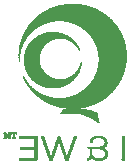
<source format=gbo>
%FSLAX24Y24*%
%MOIN*%
G70*
G01*
G75*
G04 Layer_Color=32896*
%ADD10C,0.0080*%
%ADD11R,0.0571X0.0217*%
%ADD12R,0.0236X0.0571*%
%ADD13R,0.0551X0.0591*%
%ADD14O,0.0984X0.0276*%
%ADD15R,0.0591X0.0551*%
%ADD16R,0.1299X0.1063*%
%ADD17R,0.0394X0.1063*%
%ADD18R,0.0571X0.0236*%
%ADD19O,0.0768X0.0236*%
%ADD20O,0.0236X0.0768*%
%ADD21C,0.0100*%
%ADD22C,0.0150*%
%ADD23C,0.0120*%
%ADD24C,0.0200*%
%ADD25R,0.0591X0.0591*%
%ADD26C,0.0591*%
%ADD27C,0.0472*%
%ADD28C,0.0600*%
%ADD29C,0.0787*%
%ADD30O,0.0787X0.1575*%
%ADD31O,0.1575X0.0787*%
%ADD32O,0.1772X0.0787*%
%ADD33R,0.0591X0.0591*%
%ADD34C,0.0300*%
%ADD35C,0.0350*%
%ADD36C,0.0098*%
%ADD37C,0.0236*%
%ADD38C,0.0079*%
%ADD39C,0.0004*%
%ADD40C,0.0197*%
%ADD41C,0.0295*%
%ADD42R,0.0651X0.0297*%
%ADD43R,0.0316X0.0651*%
%ADD44R,0.0631X0.0671*%
%ADD45O,0.1064X0.0356*%
%ADD46R,0.0671X0.0631*%
%ADD47R,0.1379X0.1143*%
%ADD48R,0.0474X0.1143*%
%ADD49R,0.0651X0.0316*%
%ADD50O,0.0848X0.0316*%
%ADD51O,0.0316X0.0848*%
%ADD52R,0.0671X0.0671*%
%ADD53C,0.0671*%
%ADD54C,0.0552*%
%ADD55C,0.0680*%
%ADD56C,0.0867*%
%ADD57C,0.0080*%
%ADD58O,0.0867X0.1655*%
%ADD59O,0.1655X0.0867*%
%ADD60O,0.1852X0.0867*%
%ADD61R,0.0671X0.0671*%
%ADD62C,0.0380*%
%ADD63C,0.0010*%
D63*
X38600Y36020D02*
X38800D01*
X38480Y36010D02*
X38910D01*
X38410Y36000D02*
X38980D01*
X38350Y35990D02*
X39040D01*
X38300Y35980D02*
X39090D01*
X38260Y35970D02*
X39130D01*
X38220Y35960D02*
X39170D01*
X38180Y35950D02*
X39210D01*
X38150Y35940D02*
X39240D01*
X38120Y35930D02*
X39270D01*
X38090Y35920D02*
X39300D01*
X38060Y35910D02*
X39330D01*
X38040Y35900D02*
X39360D01*
X38010Y35890D02*
X39380D01*
X37980Y35880D02*
X39410D01*
X37960Y35870D02*
X39430D01*
X37940Y35860D02*
X39460D01*
X37920Y35850D02*
X39470D01*
X37900Y35840D02*
X39490D01*
X37880Y35830D02*
X39520D01*
X37860Y35820D02*
X39540D01*
X37840Y35810D02*
X39550D01*
X37820Y35800D02*
X39570D01*
X37800Y35790D02*
X39590D01*
X37790Y35780D02*
X39610D01*
X37770Y35770D02*
X39630D01*
X37750Y35760D02*
X39640D01*
X37740Y35750D02*
X39660D01*
X37720Y35740D02*
X39670D01*
X37700Y35730D02*
X39690D01*
X37690Y35720D02*
X39710D01*
X37670Y35710D02*
X39720D01*
X37660Y35700D02*
X39730D01*
X37640Y35690D02*
X39750D01*
X37630Y35680D02*
X39760D01*
X37610Y35670D02*
X39780D01*
X37600Y35660D02*
X39790D01*
X37590Y35650D02*
X39800D01*
X37580Y35640D02*
X39820D01*
X37560Y35630D02*
X39830D01*
X37550Y35620D02*
X39850D01*
X37540Y35610D02*
X39860D01*
X37520Y35600D02*
X39870D01*
X37510Y35590D02*
X39880D01*
X37500Y35580D02*
X39890D01*
X37490Y35570D02*
X39900D01*
X37480Y35560D02*
X39910D01*
X37470Y35550D02*
X39920D01*
X37460Y35540D02*
X39940D01*
X37450Y35530D02*
X39940D01*
X37440Y35520D02*
X39960D01*
X37430Y35510D02*
X39970D01*
X37420Y35500D02*
X39980D01*
X37410Y35490D02*
X39990D01*
X37400Y35480D02*
X40000D01*
X37390Y35470D02*
X40010D01*
X38290Y35460D02*
X40020D01*
X37380D02*
X38220D01*
X38420Y35450D02*
X40020D01*
X37370D02*
X38080D01*
X38490Y35440D02*
X40030D01*
X37360D02*
X38020D01*
X38530Y35430D02*
X40040D01*
X37350D02*
X37970D01*
X38580Y35420D02*
X40050D01*
X37340D02*
X37930D01*
X38620Y35410D02*
X40060D01*
X37330D02*
X37880D01*
X38650Y35400D02*
X40070D01*
X37320D02*
X37860D01*
X38680Y35390D02*
X40080D01*
X37310D02*
X37820D01*
X38710Y35380D02*
X40090D01*
X37310D02*
X37790D01*
X38740Y35370D02*
X40090D01*
X37300D02*
X37760D01*
X38760Y35360D02*
X40100D01*
X37290D02*
X37740D01*
X38780Y35350D02*
X40110D01*
X37280D02*
X37720D01*
X38810Y35340D02*
X40120D01*
X37270D02*
X37700D01*
X38830Y35330D02*
X40130D01*
X37270D02*
X37670D01*
X38850Y35320D02*
X40130D01*
X37260D02*
X37650D01*
X38870Y35310D02*
X40140D01*
X37250D02*
X37630D01*
X38890Y35300D02*
X40150D01*
X37240D02*
X37610D01*
X38910Y35290D02*
X40160D01*
X37240D02*
X37600D01*
X38930Y35280D02*
X40160D01*
X37230D02*
X37570D01*
X38940Y35270D02*
X40170D01*
X37220D02*
X37560D01*
X38960Y35260D02*
X40180D01*
X37220D02*
X37540D01*
X38980Y35250D02*
X40180D01*
X37210D02*
X37530D01*
X38990Y35240D02*
X40190D01*
X37200D02*
X37510D01*
X39010Y35230D02*
X40200D01*
X37200D02*
X37500D01*
X39020Y35220D02*
X40200D01*
X37190D02*
X37480D01*
X39040Y35210D02*
X40210D01*
X37180D02*
X37470D01*
X39050Y35200D02*
X40220D01*
X37180D02*
X37460D01*
X39060Y35190D02*
X40230D01*
X37170D02*
X37440D01*
X39080Y35180D02*
X40230D01*
X37160D02*
X37430D01*
X39090Y35170D02*
X40240D01*
X37160D02*
X37410D01*
X39100Y35160D02*
X40240D01*
X37150D02*
X37400D01*
X39110Y35150D02*
X40250D01*
X37140D02*
X37390D01*
X39130Y35140D02*
X40260D01*
X37140D02*
X37380D01*
X39140Y35130D02*
X40260D01*
X37130D02*
X37360D01*
X39150Y35120D02*
X40270D01*
X37130D02*
X37350D01*
X39160Y35110D02*
X40270D01*
X37120D02*
X37340D01*
X39170Y35100D02*
X40280D01*
X37110D02*
X37330D01*
X39180Y35090D02*
X40280D01*
X37110D02*
X37320D01*
X39190Y35080D02*
X40290D01*
X38030D02*
X38070D01*
X37100D02*
X37310D01*
X39200Y35070D02*
X40290D01*
X37890D02*
X38200D01*
X37100D02*
X37300D01*
X39210Y35060D02*
X40300D01*
X37840D02*
X38240D01*
X37090D02*
X37290D01*
X39220Y35050D02*
X40300D01*
X37800D02*
X38280D01*
X37090D02*
X37280D01*
X39230Y35040D02*
X40310D01*
X37760D02*
X38320D01*
X37090D02*
X37270D01*
X39240Y35030D02*
X40310D01*
X37730D02*
X38350D01*
X37080D02*
X37260D01*
X39250Y35020D02*
X40320D01*
X37700D02*
X38380D01*
X37070D02*
X37260D01*
X39260Y35010D02*
X40320D01*
X37670D02*
X38410D01*
X37070D02*
X37240D01*
X39270Y35000D02*
X40330D01*
X37650D02*
X38430D01*
X37070D02*
X37240D01*
X39280Y34990D02*
X40330D01*
X37630D02*
X38460D01*
X37060D02*
X37230D01*
X39280Y34980D02*
X40340D01*
X37610D02*
X38480D01*
X37060D02*
X37220D01*
X39290Y34970D02*
X40340D01*
X37580D02*
X38490D01*
X37050D02*
X37210D01*
X39300Y34960D02*
X40350D01*
X37570D02*
X38510D01*
X37050D02*
X37200D01*
X39310Y34950D02*
X40350D01*
X37550D02*
X38530D01*
X37040D02*
X37200D01*
X39320Y34940D02*
X40350D01*
X37530D02*
X38550D01*
X37040D02*
X37190D01*
X39320Y34930D02*
X40360D01*
X37520D02*
X38560D01*
X37030D02*
X37180D01*
X39330Y34920D02*
X40360D01*
X37500D02*
X38580D01*
X37030D02*
X37170D01*
X39340Y34910D02*
X40370D01*
X37490D02*
X38600D01*
X37030D02*
X37170D01*
X39350Y34900D02*
X40370D01*
X37480D02*
X38610D01*
X37020D02*
X37160D01*
X39350Y34890D02*
X40370D01*
X37460D02*
X38620D01*
X37020D02*
X37150D01*
X39360Y34880D02*
X40380D01*
X37440D02*
X38630D01*
X37020D02*
X37150D01*
X39360Y34870D02*
X40380D01*
X38390D02*
X38650D01*
X37430D02*
X38180D01*
X37010D02*
X37140D01*
X39370Y34860D02*
X40380D01*
X38430D02*
X38660D01*
X37420D02*
X38130D01*
X37010D02*
X37130D01*
X39380Y34850D02*
X40390D01*
X38480D02*
X38670D01*
X37410D02*
X38080D01*
X37000D02*
X37130D01*
X39380Y34840D02*
X40390D01*
X38500D02*
X38680D01*
X37400D02*
X38060D01*
X37000D02*
X37120D01*
X39390Y34830D02*
X40400D01*
X38540D02*
X38700D01*
X37390D02*
X38030D01*
X37000D02*
X37110D01*
X39400Y34820D02*
X40400D01*
X38560D02*
X38710D01*
X37380D02*
X38000D01*
X36990D02*
X37110D01*
X39400Y34810D02*
X40400D01*
X38590D02*
X38720D01*
X37370D02*
X37980D01*
X36990D02*
X37100D01*
X39410Y34800D02*
X40410D01*
X38610D02*
X38730D01*
X37360D02*
X37960D01*
X36990D02*
X37090D01*
X39410Y34790D02*
X40410D01*
X38620D02*
X38740D01*
X37350D02*
X37940D01*
X36980D02*
X37090D01*
X39420Y34780D02*
X40410D01*
X38640D02*
X38750D01*
X37330D02*
X37920D01*
X36980D02*
X37080D01*
X39420Y34770D02*
X40420D01*
X38660D02*
X38760D01*
X37330D02*
X37910D01*
X36980D02*
X37080D01*
X39430Y34760D02*
X40420D01*
X38680D02*
X38760D01*
X37320D02*
X37890D01*
X36980D02*
X37070D01*
X39440Y34750D02*
X40420D01*
X38690D02*
X38770D01*
X37310D02*
X37880D01*
X36970D02*
X37070D01*
X39440Y34740D02*
X40420D01*
X38700D02*
X38780D01*
X37300D02*
X37860D01*
X36970D02*
X37060D01*
X39450Y34730D02*
X40420D01*
X38720D02*
X38790D01*
X37290D02*
X37850D01*
X36970D02*
X37060D01*
X39450Y34720D02*
X40430D01*
X38730D02*
X38800D01*
X37280D02*
X37830D01*
X36960D02*
X37050D01*
X39450Y34710D02*
X40430D01*
X38740D02*
X38810D01*
X37280D02*
X37820D01*
X36960D02*
X37050D01*
X39460Y34700D02*
X40440D01*
X38750D02*
X38810D01*
X37270D02*
X37810D01*
X36960D02*
X37040D01*
X39470Y34690D02*
X40440D01*
X38770D02*
X38820D01*
X37260D02*
X37800D01*
X36960D02*
X37040D01*
X39470Y34680D02*
X40440D01*
X38780D02*
X38830D01*
X37250D02*
X37790D01*
X36950D02*
X37030D01*
X39480Y34670D02*
X40440D01*
X38790D02*
X38840D01*
X37250D02*
X37780D01*
X36950D02*
X37030D01*
X39480Y34660D02*
X40450D01*
X38800D02*
X38840D01*
X37240D02*
X37770D01*
X36950D02*
X37030D01*
X39480Y34650D02*
X40450D01*
X38800D02*
X38850D01*
X37240D02*
X37760D01*
X36950D02*
X37020D01*
X39490Y34640D02*
X40450D01*
X38810D02*
X38860D01*
X37230D02*
X37750D01*
X36940D02*
X37020D01*
X39490Y34630D02*
X40450D01*
X38820D02*
X38860D01*
X37220D02*
X37740D01*
X36940D02*
X37010D01*
X39500Y34620D02*
X40450D01*
X38830D02*
X38870D01*
X37220D02*
X37730D01*
X36940D02*
X37010D01*
X39500Y34610D02*
X40460D01*
X38840D02*
X38870D01*
X37210D02*
X37730D01*
X36940D02*
X37010D01*
X39500Y34600D02*
X40460D01*
X38850D02*
X38880D01*
X37200D02*
X37720D01*
X36940D02*
X37000D01*
X39510Y34590D02*
X40460D01*
X38860D02*
X38880D01*
X37200D02*
X37710D01*
X36930D02*
X37000D01*
X39510Y34580D02*
X40460D01*
X38860D02*
X38890D01*
X37190D02*
X37700D01*
X36930D02*
X36990D01*
X39510Y34570D02*
X40460D01*
X38870D02*
X38900D01*
X37190D02*
X37700D01*
X36930D02*
X36990D01*
X39520Y34560D02*
X40460D01*
X38880D02*
X38900D01*
X37180D02*
X37690D01*
X36930D02*
X36990D01*
X39520Y34550D02*
X40470D01*
X38880D02*
X38910D01*
X37180D02*
X37680D01*
X36930D02*
X36990D01*
X39520Y34540D02*
X40470D01*
X38890D02*
X38910D01*
X37170D02*
X37680D01*
X36930D02*
X36980D01*
X39520Y34530D02*
X40470D01*
X38900D02*
X38910D01*
X37170D02*
X37670D01*
X36920D02*
X36980D01*
X39530Y34520D02*
X40470D01*
X38900D02*
X38920D01*
X37160D02*
X37670D01*
X36920D02*
X36970D01*
X39530Y34510D02*
X40470D01*
X38910D02*
X38920D01*
X37160D02*
X37660D01*
X36920D02*
X36970D01*
X39530Y34500D02*
X40470D01*
X38910D02*
X38930D01*
X37150D02*
X37650D01*
X36920D02*
X36970D01*
X39540Y34490D02*
X40470D01*
X38920D02*
X38930D01*
X37150D02*
X37650D01*
X36920D02*
X36970D01*
X39540Y34480D02*
X40480D01*
X37150D02*
X37640D01*
X36920D02*
X36960D01*
X39540Y34470D02*
X40480D01*
X37140D02*
X37640D01*
X36920D02*
X36960D01*
X39540Y34460D02*
X40480D01*
X37140D02*
X37640D01*
X36920D02*
X36960D01*
X39550Y34450D02*
X40480D01*
X37140D02*
X37630D01*
X36910D02*
X36960D01*
X39550Y34440D02*
X40480D01*
X37130D02*
X37630D01*
X36910D02*
X36950D01*
X39550Y34430D02*
X40480D01*
X37130D02*
X37620D01*
X36910D02*
X36950D01*
X39550Y34420D02*
X40480D01*
X37130D02*
X37620D01*
X36910D02*
X36950D01*
X39550Y34410D02*
X40480D01*
X37120D02*
X37620D01*
X36910D02*
X36950D01*
X39560Y34400D02*
X40490D01*
X37120D02*
X37610D01*
X36910D02*
X36950D01*
X39560Y34390D02*
X40490D01*
X37120D02*
X37610D01*
X36910D02*
X36950D01*
X39560Y34380D02*
X40490D01*
X37110D02*
X37600D01*
X36910D02*
X36940D01*
X39560Y34370D02*
X40490D01*
X37110D02*
X37600D01*
X36910D02*
X36940D01*
X39560Y34360D02*
X40490D01*
X37110D02*
X37600D01*
X36910D02*
X36940D01*
X39570Y34350D02*
X40490D01*
X37110D02*
X37600D01*
X36910D02*
X36940D01*
X39570Y34340D02*
X40490D01*
X37110D02*
X37600D01*
X36910D02*
X36940D01*
X39570Y34330D02*
X40490D01*
X37100D02*
X37590D01*
X36900D02*
X36940D01*
X39570Y34320D02*
X40490D01*
X37100D02*
X37590D01*
X36900D02*
X36930D01*
X39570Y34310D02*
X40490D01*
X37100D02*
X37590D01*
X36900D02*
X36930D01*
X39570Y34300D02*
X40490D01*
X37100D02*
X37590D01*
X36900D02*
X36930D01*
X39570Y34290D02*
X40490D01*
X37100D02*
X37580D01*
X36910D02*
X36930D01*
X39570Y34280D02*
X40490D01*
X37090D02*
X37580D01*
X36910D02*
X36930D01*
X39570Y34270D02*
X40490D01*
X37090D02*
X37580D01*
X36910D02*
X36930D01*
X39580Y34260D02*
X40490D01*
X37090D02*
X37580D01*
X36910D02*
X36930D01*
X39580Y34250D02*
X40490D01*
X37090D02*
X37580D01*
X36910D02*
X36930D01*
X39580Y34240D02*
X40490D01*
X37090D02*
X37580D01*
X36900D02*
X36930D01*
X39580Y34230D02*
X40490D01*
X37090D02*
X37580D01*
X36900D02*
X36930D01*
X39580Y34220D02*
X40490D01*
X37090D02*
X37580D01*
X36910D02*
X36930D01*
X39580Y34210D02*
X40490D01*
X37090D02*
X37580D01*
X36910D02*
X36930D01*
X39580Y34200D02*
X40490D01*
X37090D02*
X37580D01*
X36910D02*
X36930D01*
X39580Y34190D02*
X40490D01*
X37090D02*
X37580D01*
X36910D02*
X36930D01*
X39580Y34180D02*
X40490D01*
X37090D02*
X37580D01*
X36910D02*
X36920D01*
X39580Y34170D02*
X40490D01*
X37090D02*
X37580D01*
X36910D02*
X36920D01*
X39580Y34160D02*
X40480D01*
X37090D02*
X37580D01*
X36910D02*
X36920D01*
X39580Y34150D02*
X40480D01*
X37090D02*
X37580D01*
X36910D02*
X36920D01*
X39580Y34140D02*
X40480D01*
X37090D02*
X37580D01*
X36910D02*
X36920D01*
X39580Y34130D02*
X40480D01*
X37090D02*
X37580D01*
X36910D02*
X36930D01*
X39580Y34120D02*
X40480D01*
X37090D02*
X37580D01*
X36910D02*
X36920D01*
X39580Y34110D02*
X40480D01*
X37090D02*
X37580D01*
X36910D02*
X36930D01*
X39580Y34100D02*
X40480D01*
X37090D02*
X37580D01*
X36910D02*
X36930D01*
X39580Y34090D02*
X40480D01*
X38980D02*
X38990D01*
X37090D02*
X37580D01*
X39570Y34080D02*
X40480D01*
X38980D02*
X38990D01*
X37090D02*
X37590D01*
X39570Y34070D02*
X40470D01*
X38980D02*
X38990D01*
X37090D02*
X37590D01*
X39570Y34060D02*
X40470D01*
X38980D02*
X38990D01*
X37090D02*
X37590D01*
X39570Y34050D02*
X40470D01*
X38970D02*
X38990D01*
X37090D02*
X37590D01*
X39570Y34040D02*
X40470D01*
X38970D02*
X38990D01*
X37090D02*
X37600D01*
X39570Y34030D02*
X40470D01*
X38970D02*
X38990D01*
X37090D02*
X37600D01*
X39570Y34020D02*
X40470D01*
X38970D02*
X38990D01*
X37090D02*
X37600D01*
X39570Y34010D02*
X40470D01*
X38960D02*
X38990D01*
X37100D02*
X37600D01*
X39570Y34000D02*
X40460D01*
X38960D02*
X38980D01*
X37100D02*
X37600D01*
X39570Y33990D02*
X40460D01*
X38960D02*
X38980D01*
X37100D02*
X37610D01*
X39560Y33980D02*
X40460D01*
X38950D02*
X38980D01*
X37100D02*
X37610D01*
X39560Y33970D02*
X40460D01*
X38950D02*
X38980D01*
X37100D02*
X37620D01*
X39560Y33960D02*
X40460D01*
X38950D02*
X38980D01*
X37110D02*
X37620D01*
X39560Y33950D02*
X40460D01*
X38940D02*
X38970D01*
X37110D02*
X37620D01*
X39560Y33940D02*
X40450D01*
X38940D02*
X38970D01*
X37110D02*
X37630D01*
X39560Y33930D02*
X40450D01*
X38940D02*
X38970D01*
X37110D02*
X37630D01*
X39550Y33920D02*
X40450D01*
X38930D02*
X38970D01*
X37120D02*
X37640D01*
X39550Y33910D02*
X40450D01*
X38930D02*
X38960D01*
X37120D02*
X37640D01*
X39550Y33900D02*
X40440D01*
X38920D02*
X38960D01*
X37120D02*
X37640D01*
X39550Y33890D02*
X40440D01*
X38920D02*
X38960D01*
X37120D02*
X37650D01*
X39540Y33880D02*
X40440D01*
X38910D02*
X38950D01*
X37130D02*
X37650D01*
X39540Y33870D02*
X40440D01*
X38910D02*
X38950D01*
X37130D02*
X37660D01*
X39540Y33860D02*
X40430D01*
X38900D02*
X38950D01*
X37130D02*
X37670D01*
X39540Y33850D02*
X40430D01*
X38900D02*
X38940D01*
X37140D02*
X37670D01*
X39540Y33840D02*
X40430D01*
X38890D02*
X38940D01*
X37140D02*
X37680D01*
X39530Y33830D02*
X40430D01*
X38880D02*
X38940D01*
X37140D02*
X37680D01*
X39530Y33820D02*
X40420D01*
X38880D02*
X38940D01*
X37150D02*
X37690D01*
X39530Y33810D02*
X40420D01*
X38870D02*
X38930D01*
X37150D02*
X37700D01*
X39520Y33800D02*
X40420D01*
X38860D02*
X38930D01*
X37160D02*
X37710D01*
X39520Y33790D02*
X40420D01*
X38850D02*
X38920D01*
X37160D02*
X37710D01*
X39520Y33780D02*
X40410D01*
X38850D02*
X38920D01*
X37170D02*
X37720D01*
X39510Y33770D02*
X40410D01*
X38840D02*
X38920D01*
X37170D02*
X37730D01*
X39510Y33760D02*
X40400D01*
X38830D02*
X38910D01*
X37170D02*
X37730D01*
X39500Y33750D02*
X40400D01*
X38820D02*
X38910D01*
X37180D02*
X37740D01*
X39500Y33740D02*
X40400D01*
X38810D02*
X38900D01*
X37180D02*
X37750D01*
X39500Y33730D02*
X40400D01*
X38800D02*
X38890D01*
X37190D02*
X37760D01*
X39500Y33720D02*
X40390D01*
X38800D02*
X38890D01*
X37190D02*
X37770D01*
X39490Y33710D02*
X40390D01*
X38780D02*
X38880D01*
X37200D02*
X37780D01*
X39490Y33700D02*
X40380D01*
X38780D02*
X38880D01*
X37200D02*
X37790D01*
X39480Y33690D02*
X40380D01*
X38770D02*
X38870D01*
X37210D02*
X37800D01*
X39480Y33680D02*
X40380D01*
X38760D02*
X38870D01*
X37220D02*
X37810D01*
X39470Y33670D02*
X40370D01*
X38740D02*
X38860D01*
X37220D02*
X37820D01*
X39470Y33660D02*
X40370D01*
X38730D02*
X38850D01*
X37230D02*
X37840D01*
X39470Y33650D02*
X40370D01*
X38720D02*
X38850D01*
X37240D02*
X37850D01*
X39460Y33640D02*
X40360D01*
X38700D02*
X38840D01*
X37240D02*
X37860D01*
X39460Y33630D02*
X40360D01*
X38690D02*
X38830D01*
X37250D02*
X37880D01*
X39450Y33620D02*
X40350D01*
X38670D02*
X38830D01*
X37260D02*
X37890D01*
X39450Y33610D02*
X40350D01*
X38660D02*
X38820D01*
X37260D02*
X37900D01*
X39440Y33600D02*
X40340D01*
X38640D02*
X38810D01*
X37270D02*
X37920D01*
X37050D02*
X37060D01*
X39440Y33590D02*
X40340D01*
X38620D02*
X38800D01*
X37280D02*
X37940D01*
X37050D02*
X37070D01*
X39430Y33580D02*
X40340D01*
X38610D02*
X38800D01*
X37290D02*
X37960D01*
X37060D02*
X37070D01*
X39430Y33570D02*
X40330D01*
X38590D02*
X38790D01*
X37290D02*
X37980D01*
X37060D02*
X37080D01*
X39420Y33560D02*
X40330D01*
X38560D02*
X38780D01*
X37300D02*
X38000D01*
X37070D02*
X37080D01*
X39420Y33550D02*
X40320D01*
X38540D02*
X38770D01*
X37310D02*
X38030D01*
X37070D02*
X37090D01*
X39410Y33540D02*
X40320D01*
X38500D02*
X38760D01*
X37320D02*
X38060D01*
X37070D02*
X37100D01*
X39410Y33530D02*
X40310D01*
X38480D02*
X38750D01*
X37330D02*
X38080D01*
X37080D02*
X37100D01*
X39400Y33520D02*
X40310D01*
X38440D02*
X38740D01*
X37340D02*
X38130D01*
X37090D02*
X37100D01*
X39390Y33510D02*
X40300D01*
X38390D02*
X38740D01*
X37350D02*
X38180D01*
X37090D02*
X37110D01*
X39390Y33500D02*
X40300D01*
X37360D02*
X38720D01*
X37100D02*
X37120D01*
X39380Y33490D02*
X40290D01*
X37370D02*
X38720D01*
X37100D02*
X37120D01*
X39370Y33480D02*
X40290D01*
X37380D02*
X38700D01*
X37110D02*
X37130D01*
X39370Y33470D02*
X40280D01*
X37390D02*
X38690D01*
X37110D02*
X37140D01*
X39360Y33460D02*
X40280D01*
X37400D02*
X38680D01*
X37120D02*
X37150D01*
X39350Y33450D02*
X40270D01*
X37410D02*
X38670D01*
X37120D02*
X37150D01*
X39350Y33440D02*
X40270D01*
X37430D02*
X38660D01*
X37130D02*
X37160D01*
X39340Y33430D02*
X40260D01*
X37440D02*
X38650D01*
X37130D02*
X37170D01*
X39330Y33420D02*
X40250D01*
X37450D02*
X38630D01*
X37140D02*
X37170D01*
X39330Y33410D02*
X40250D01*
X37460D02*
X38620D01*
X37140D02*
X37180D01*
X39320Y33400D02*
X40240D01*
X37480D02*
X38610D01*
X37150D02*
X37190D01*
X39310Y33390D02*
X40240D01*
X37490D02*
X38590D01*
X37160D02*
X37190D01*
X39300Y33380D02*
X40230D01*
X37510D02*
X38580D01*
X37160D02*
X37200D01*
X39300Y33370D02*
X40220D01*
X37520D02*
X38560D01*
X37170D02*
X37210D01*
X39280Y33360D02*
X40220D01*
X37540D02*
X38550D01*
X37170D02*
X37220D01*
X39280Y33350D02*
X40210D01*
X37560D02*
X38530D01*
X37180D02*
X37230D01*
X39270Y33340D02*
X40200D01*
X37570D02*
X38510D01*
X37190D02*
X37240D01*
X39260Y33330D02*
X40200D01*
X37600D02*
X38490D01*
X37200D02*
X37240D01*
X39250Y33320D02*
X40190D01*
X37610D02*
X38470D01*
X37200D02*
X37250D01*
X39240Y33310D02*
X40180D01*
X37630D02*
X38450D01*
X37210D02*
X37260D01*
X39230Y33300D02*
X40180D01*
X37650D02*
X38430D01*
X37220D02*
X37270D01*
X39220Y33290D02*
X40170D01*
X37680D02*
X38400D01*
X37220D02*
X37280D01*
X39210Y33280D02*
X40160D01*
X37710D02*
X38380D01*
X37230D02*
X37290D01*
X39200Y33270D02*
X40160D01*
X37730D02*
X38350D01*
X37240D02*
X37300D01*
X39190Y33260D02*
X40150D01*
X37760D02*
X38320D01*
X37240D02*
X37310D01*
X39180Y33250D02*
X40140D01*
X37800D02*
X38280D01*
X37250D02*
X37320D01*
X39170Y33240D02*
X40130D01*
X37840D02*
X38240D01*
X37260D02*
X37330D01*
X39160Y33230D02*
X40130D01*
X37900D02*
X38180D01*
X37270D02*
X37340D01*
X39150Y33220D02*
X40120D01*
X37280D02*
X37350D01*
X39140Y33210D02*
X40110D01*
X37280D02*
X37360D01*
X39130Y33200D02*
X40100D01*
X37290D02*
X37380D01*
X39120Y33190D02*
X40100D01*
X37300D02*
X37390D01*
X39100Y33180D02*
X40090D01*
X37310D02*
X37400D01*
X39090Y33170D02*
X40080D01*
X37320D02*
X37410D01*
X39080Y33160D02*
X40070D01*
X37330D02*
X37420D01*
X39070Y33150D02*
X40060D01*
X37330D02*
X37440D01*
X39050Y33140D02*
X40050D01*
X37340D02*
X37460D01*
X39040Y33130D02*
X40040D01*
X37350D02*
X37460D01*
X39020Y33120D02*
X40030D01*
X37360D02*
X37480D01*
X39010Y33110D02*
X40030D01*
X37370D02*
X37490D01*
X38990Y33100D02*
X40020D01*
X37380D02*
X37510D01*
X38980Y33090D02*
X40010D01*
X37390D02*
X37520D01*
X38960Y33080D02*
X40000D01*
X37400D02*
X37540D01*
X38940Y33070D02*
X39990D01*
X37410D02*
X37560D01*
X38930Y33060D02*
X39980D01*
X37420D02*
X37570D01*
X38910Y33050D02*
X39970D01*
X37430D02*
X37590D01*
X38890Y33040D02*
X39960D01*
X37440D02*
X37610D01*
X38880Y33030D02*
X39950D01*
X37450D02*
X37630D01*
X38850Y33020D02*
X39940D01*
X37460D02*
X37650D01*
X38830Y33010D02*
X39920D01*
X37470D02*
X37670D01*
X38810Y33000D02*
X39910D01*
X37480D02*
X37690D01*
X38790Y32990D02*
X39900D01*
X37490D02*
X37710D01*
X38770Y32980D02*
X39890D01*
X37500D02*
X37740D01*
X38740Y32970D02*
X39880D01*
X37520D02*
X37760D01*
X38720Y32960D02*
X39870D01*
X37530D02*
X37790D01*
X38680Y32950D02*
X39860D01*
X37540D02*
X37820D01*
X38660Y32940D02*
X39840D01*
X37550D02*
X37840D01*
X38620Y32930D02*
X39830D01*
X37560D02*
X37880D01*
X38590Y32920D02*
X39820D01*
X37580D02*
X37910D01*
X38540Y32910D02*
X39810D01*
X37590D02*
X37960D01*
X38500Y32900D02*
X39790D01*
X37600D02*
X38010D01*
X38430Y32890D02*
X39780D01*
X37620D02*
X38080D01*
X38310Y32880D02*
X39760D01*
X37630D02*
X38210D01*
X37640Y32870D02*
X39750D01*
X37660Y32860D02*
X39740D01*
X37670Y32850D02*
X39720D01*
X37690Y32840D02*
X39710D01*
X37700Y32830D02*
X39690D01*
X37720Y32820D02*
X39680D01*
X37740Y32810D02*
X39660D01*
X37750Y32800D02*
X39640D01*
X37770Y32790D02*
X39620D01*
X37790Y32780D02*
X39610D01*
X37800Y32770D02*
X39590D01*
X37820Y32760D02*
X39570D01*
X37840Y32750D02*
X39550D01*
X37860Y32740D02*
X39540D01*
X37880Y32730D02*
X39520D01*
X37900Y32720D02*
X39490D01*
X37920Y32710D02*
X39470D01*
X37940Y32700D02*
X39450D01*
X37960Y32690D02*
X39430D01*
X37990Y32680D02*
X39400D01*
X38010Y32670D02*
X39380D01*
X38040Y32660D02*
X39350D01*
X38060Y32650D02*
X39330D01*
X38090Y32640D02*
X39300D01*
X38120Y32630D02*
X39270D01*
X38150Y32620D02*
X39240D01*
X38190Y32610D02*
X39200D01*
X38220Y32600D02*
X39180D01*
X38260Y32590D02*
X39120D01*
X38300Y32580D02*
X39090D01*
X38360Y32570D02*
X39040D01*
X38400Y32560D02*
X38990D01*
X38490Y32550D02*
X38910D01*
X38590Y32540D02*
X38840D01*
X38550Y32530D02*
X38950D01*
X38490Y32520D02*
X39040D01*
X38450Y32510D02*
X39100D01*
X38400Y32500D02*
X39160D01*
X38420Y32490D02*
X39200D01*
X38380D02*
X38400D01*
X38390Y32480D02*
X39250D01*
X38380Y32470D02*
X39280D01*
X38370Y32460D02*
X39320D01*
X38370Y32450D02*
X39350D01*
X38360Y32440D02*
X39380D01*
X38350Y32430D02*
X39400D01*
X38350Y32420D02*
X39430D01*
X38340Y32410D02*
X39460D01*
X38340Y32400D02*
X39480D01*
X38300Y32390D02*
X39490D01*
X38800Y32380D02*
X39510D01*
X38340D02*
X38560D01*
X38880Y32370D02*
X39510D01*
X38320D02*
X38420D01*
X38930Y32360D02*
X39500D01*
X38300D02*
X38340D01*
X38990Y32350D02*
X39530D01*
X39020Y32340D02*
X39530D01*
X39060Y32330D02*
X39510D01*
X39090Y32320D02*
X39530D01*
X39120Y32310D02*
X39530D01*
X39150Y32300D02*
X39530D01*
X39170Y32290D02*
X39530D01*
X39200Y32280D02*
X39530D01*
X39220Y32270D02*
X39540D01*
X39250Y32260D02*
X39540D01*
X39260Y32250D02*
X39540D01*
X39290Y32240D02*
X39540D01*
X39300Y32230D02*
X39540D01*
X39320Y32220D02*
X39550D01*
X39340Y32210D02*
X39550D01*
X39360Y32200D02*
X39550D01*
X39380Y32190D02*
X39550D01*
X39390Y32180D02*
X39560D01*
X39410Y32170D02*
X39560D01*
X39430Y32160D02*
X39560D01*
X39440Y32150D02*
X39560D01*
X39460Y32140D02*
X39560D01*
X39470Y32130D02*
X39560D01*
X39480Y32120D02*
X39560D01*
X39500Y32110D02*
X39560D01*
X39520Y32100D02*
X39560D01*
X39520Y32090D02*
X39560D01*
X39550Y32080D02*
X39580D01*
X36640Y31730D02*
X36830D01*
X36560D02*
X36630D01*
X36410D02*
X36470D01*
X36640Y31720D02*
X36830D01*
X36560D02*
X36630D01*
X36400D02*
X36470D01*
X36650Y31710D02*
X36830D01*
X36550D02*
X36630D01*
X36410D02*
X36480D01*
X36800Y31700D02*
X36830D01*
X36710D02*
X36760D01*
X36640D02*
X36670D01*
X36550D02*
X36620D01*
X36420D02*
X36480D01*
X36810Y31690D02*
X36830D01*
X36710D02*
X36760D01*
X36650D02*
X36670D01*
X36550D02*
X36620D01*
X36420D02*
X36490D01*
X36710Y31680D02*
X36760D01*
X36540D02*
X36620D01*
X36420D02*
X36490D01*
X36710Y31670D02*
X36760D01*
X36540D02*
X36620D01*
X36420D02*
X36500D01*
X36710Y31660D02*
X36760D01*
X36530D02*
X36620D01*
X36420D02*
X36500D01*
X36710Y31650D02*
X36760D01*
X36530D02*
X36620D01*
X36420D02*
X36500D01*
X36710Y31640D02*
X36760D01*
X36580D02*
X36620D01*
X36520D02*
X36570D01*
X36480D02*
X36510D01*
X36420D02*
X36470D01*
X36710Y31630D02*
X36760D01*
X36580D02*
X36620D01*
X36520D02*
X36570D01*
X36480D02*
X36510D01*
X36420D02*
X36470D01*
X36710Y31620D02*
X36760D01*
X36580D02*
X36620D01*
X36490D02*
X36560D01*
X36420D02*
X36470D01*
X40350Y31610D02*
X40410D01*
X39480D02*
X39630D01*
X38750D02*
X38820D01*
X38220D02*
X38260D01*
X37660D02*
X37730D01*
X36940D02*
X37500D01*
X36710D02*
X36760D01*
X36580D02*
X36620D01*
X36490D02*
X36560D01*
X36420D02*
X36470D01*
X40350Y31600D02*
X40420D01*
X39430D02*
X39680D01*
X38750D02*
X38820D01*
X38210D02*
X38270D01*
X37650D02*
X37730D01*
X36940D02*
X37510D01*
X36710D02*
X36760D01*
X36580D02*
X36620D01*
X36500D02*
X36550D01*
X36420D02*
X36470D01*
X40350Y31590D02*
X40420D01*
X39400D02*
X39710D01*
X38740D02*
X38820D01*
X38210D02*
X38270D01*
X37660D02*
X37740D01*
X36940D02*
X37510D01*
X36710D02*
X36760D01*
X36580D02*
X36620D01*
X36500D02*
X36550D01*
X36420D02*
X36470D01*
X40350Y31580D02*
X40420D01*
X39380D02*
X39730D01*
X38740D02*
X38820D01*
X38210D02*
X38270D01*
X37660D02*
X37740D01*
X36940D02*
X37510D01*
X36710D02*
X36760D01*
X36580D02*
X36620D01*
X36500D02*
X36540D01*
X36420D02*
X36470D01*
X40350Y31570D02*
X40420D01*
X39360D02*
X39750D01*
X38740D02*
X38810D01*
X38200D02*
X38280D01*
X37660D02*
X37740D01*
X36940D02*
X37510D01*
X36710D02*
X36770D01*
X36570D02*
X36620D01*
X36510D02*
X36540D01*
X36420D02*
X36470D01*
X40350Y31560D02*
X40420D01*
X39350D02*
X39770D01*
X38730D02*
X38810D01*
X38200D02*
X38280D01*
X37670D02*
X37750D01*
X36940D02*
X37510D01*
X36690D02*
X36780D01*
X36560D02*
X36630D01*
X36520D02*
X36530D01*
X36410D02*
X36480D01*
X40350Y31550D02*
X40420D01*
X39650D02*
X39780D01*
X39340D02*
X39470D01*
X38730D02*
X38810D01*
X38200D02*
X38280D01*
X37670D02*
X37750D01*
X36940D02*
X37510D01*
X36690D02*
X36780D01*
X36560D02*
X36630D01*
X36400D02*
X36480D01*
X40350Y31540D02*
X40420D01*
X39670D02*
X39790D01*
X39330D02*
X39430D01*
X38730D02*
X38800D01*
X38190D02*
X38290D01*
X37680D02*
X37750D01*
X37440D02*
X37510D01*
X40350Y31530D02*
X40420D01*
X39700D02*
X39800D01*
X39320D02*
X39410D01*
X38720D02*
X38800D01*
X38190D02*
X38290D01*
X37680D02*
X37760D01*
X37440D02*
X37510D01*
X40350Y31520D02*
X40420D01*
X39720D02*
X39810D01*
X39310D02*
X39400D01*
X38720D02*
X38790D01*
X38190D02*
X38290D01*
X37680D02*
X37760D01*
X37440D02*
X37510D01*
X40350Y31510D02*
X40420D01*
X39730D02*
X39820D01*
X39310D02*
X39390D01*
X38720D02*
X38790D01*
X38180D02*
X38300D01*
X37690D02*
X37760D01*
X37440D02*
X37510D01*
X40350Y31500D02*
X40420D01*
X39740D02*
X39820D01*
X39300D02*
X39380D01*
X38710D02*
X38790D01*
X38180D02*
X38300D01*
X37690D02*
X37770D01*
X37440D02*
X37510D01*
X40350Y31490D02*
X40420D01*
X39750D02*
X39830D01*
X39300D02*
X39370D01*
X38710D02*
X38780D01*
X38180D02*
X38300D01*
X37690D02*
X37770D01*
X37440D02*
X37510D01*
X40350Y31480D02*
X40420D01*
X39760D02*
X39830D01*
X39300D02*
X39370D01*
X38700D02*
X38780D01*
X38170D02*
X38310D01*
X37700D02*
X37770D01*
X37440D02*
X37510D01*
X40350Y31470D02*
X40420D01*
X39760D02*
X39840D01*
X39300D02*
X39360D01*
X38700D02*
X38780D01*
X38170D02*
X38310D01*
X37700D02*
X37780D01*
X37440D02*
X37510D01*
X40350Y31460D02*
X40420D01*
X39770D02*
X39840D01*
X39300D02*
X39360D01*
X38700D02*
X38770D01*
X38250D02*
X38310D01*
X38170D02*
X38230D01*
X37700D02*
X37780D01*
X37440D02*
X37510D01*
X40350Y31450D02*
X40420D01*
X39770D02*
X39840D01*
X39290D02*
X39360D01*
X38700D02*
X38770D01*
X38250D02*
X38320D01*
X38160D02*
X38230D01*
X37710D02*
X37780D01*
X37440D02*
X37510D01*
X40350Y31440D02*
X40420D01*
X39780D02*
X39840D01*
X39290D02*
X39360D01*
X38690D02*
X38770D01*
X38250D02*
X38320D01*
X38160D02*
X38230D01*
X37710D02*
X37790D01*
X37440D02*
X37510D01*
X40350Y31430D02*
X40420D01*
X39780D02*
X39840D01*
X39290D02*
X39360D01*
X38690D02*
X38770D01*
X38260D02*
X38320D01*
X38160D02*
X38220D01*
X37710D02*
X37790D01*
X37440D02*
X37510D01*
X40350Y31420D02*
X40420D01*
X39780D02*
X39850D01*
X39290D02*
X39350D01*
X38680D02*
X38760D01*
X38260D02*
X38330D01*
X38150D02*
X38220D01*
X37720D02*
X37800D01*
X37440D02*
X37510D01*
X40350Y31410D02*
X40420D01*
X39780D02*
X39850D01*
X38680D02*
X38750D01*
X38260D02*
X38330D01*
X38150D02*
X38220D01*
X37720D02*
X37800D01*
X37440D02*
X37510D01*
X40350Y31400D02*
X40420D01*
X39780D02*
X39850D01*
X38680D02*
X38750D01*
X38270D02*
X38330D01*
X38140D02*
X38210D01*
X37730D02*
X37800D01*
X37440D02*
X37510D01*
X40350Y31390D02*
X40420D01*
X39780D02*
X39850D01*
X38670D02*
X38750D01*
X38270D02*
X38340D01*
X38140D02*
X38210D01*
X37730D02*
X37810D01*
X37440D02*
X37510D01*
X40350Y31380D02*
X40420D01*
X39780D02*
X39850D01*
X38670D02*
X38750D01*
X38270D02*
X38340D01*
X38140D02*
X38210D01*
X37730D02*
X37810D01*
X37440D02*
X37510D01*
X40350Y31370D02*
X40420D01*
X39780D02*
X39840D01*
X38670D02*
X38740D01*
X38280D02*
X38340D01*
X38140D02*
X38200D01*
X37740D02*
X37810D01*
X37440D02*
X37510D01*
X40350Y31360D02*
X40420D01*
X39770D02*
X39840D01*
X38660D02*
X38740D01*
X38280D02*
X38350D01*
X38130D02*
X38200D01*
X37740D02*
X37820D01*
X37440D02*
X37510D01*
X40350Y31350D02*
X40420D01*
X39770D02*
X39840D01*
X38660D02*
X38730D01*
X38280D02*
X38350D01*
X38130D02*
X38200D01*
X37740D02*
X37820D01*
X37440D02*
X37510D01*
X40350Y31340D02*
X40420D01*
X39760D02*
X39840D01*
X38660D02*
X38730D01*
X38290D02*
X38350D01*
X38130D02*
X38190D01*
X37750D02*
X37820D01*
X37440D02*
X37510D01*
X40350Y31330D02*
X40420D01*
X39760D02*
X39830D01*
X38650D02*
X38730D01*
X38290D02*
X38360D01*
X38120D02*
X38190D01*
X37750D02*
X37830D01*
X37440D02*
X37510D01*
X40350Y31320D02*
X40420D01*
X39750D02*
X39830D01*
X38650D02*
X38720D01*
X38290D02*
X38360D01*
X38120D02*
X38190D01*
X37760D02*
X37830D01*
X37440D02*
X37510D01*
X40350Y31310D02*
X40420D01*
X39740D02*
X39820D01*
X38650D02*
X38720D01*
X38300D02*
X38360D01*
X38110D02*
X38180D01*
X37760D02*
X37830D01*
X37440D02*
X37510D01*
X40350Y31300D02*
X40420D01*
X39730D02*
X39810D01*
X38640D02*
X38720D01*
X38300D02*
X38370D01*
X38110D02*
X38180D01*
X37760D02*
X37840D01*
X37440D02*
X37510D01*
X40350Y31290D02*
X40420D01*
X39720D02*
X39810D01*
X38640D02*
X38710D01*
X38300D02*
X38370D01*
X38110D02*
X38180D01*
X37770D02*
X37840D01*
X37440D02*
X37510D01*
X40350Y31280D02*
X40420D01*
X39690D02*
X39800D01*
X38640D02*
X38710D01*
X38310D02*
X38380D01*
X38100D02*
X38180D01*
X37770D02*
X37840D01*
X37440D02*
X37510D01*
X40350Y31270D02*
X40420D01*
X39680D02*
X39790D01*
X38630D02*
X38710D01*
X38310D02*
X38380D01*
X38100D02*
X38170D01*
X37770D02*
X37850D01*
X37440D02*
X37510D01*
X40350Y31260D02*
X40420D01*
X39630D02*
X39780D01*
X38630D02*
X38700D01*
X38310D02*
X38380D01*
X38100D02*
X38170D01*
X37780D02*
X37850D01*
X37440D02*
X37510D01*
X40350Y31250D02*
X40420D01*
X39510D02*
X39760D01*
X39280D02*
X39320D01*
X38630D02*
X38700D01*
X38320D02*
X38390D01*
X38090D02*
X38160D01*
X37780D02*
X37850D01*
X37430D02*
X37510D01*
X40350Y31240D02*
X40420D01*
X39210D02*
X39750D01*
X38620D02*
X38690D01*
X38320D02*
X38390D01*
X38090D02*
X38160D01*
X37780D02*
X37860D01*
X36960D02*
X37510D01*
X40350Y31230D02*
X40420D01*
X39200D02*
X39730D01*
X38620D02*
X38690D01*
X38320D02*
X38390D01*
X38090D02*
X38160D01*
X37790D02*
X37860D01*
X36960D02*
X37510D01*
X40350Y31220D02*
X40420D01*
X39210D02*
X39720D01*
X38610D02*
X38690D01*
X38330D02*
X38400D01*
X38080D02*
X38150D01*
X37790D02*
X37870D01*
X36960D02*
X37510D01*
X40350Y31210D02*
X40420D01*
X39210D02*
X39730D01*
X38610D02*
X38680D01*
X38330D02*
X38400D01*
X38080D02*
X38150D01*
X37790D02*
X37870D01*
X36960D02*
X37510D01*
X40350Y31200D02*
X40420D01*
X39210D02*
X39750D01*
X38610D02*
X38680D01*
X38330D02*
X38400D01*
X38080D02*
X38150D01*
X37800D02*
X37870D01*
X36960D02*
X37510D01*
X40350Y31190D02*
X40420D01*
X39610D02*
X39770D01*
X39280D02*
X39340D01*
X38610D02*
X38680D01*
X38330D02*
X38410D01*
X38070D02*
X38150D01*
X37800D02*
X37880D01*
X36960D02*
X37510D01*
X40350Y31180D02*
X40420D01*
X39660D02*
X39780D01*
X39280D02*
X39340D01*
X38600D02*
X38670D01*
X38340D02*
X38410D01*
X38070D02*
X38140D01*
X37810D02*
X37880D01*
X37440D02*
X37510D01*
X40350Y31170D02*
X40420D01*
X39680D02*
X39800D01*
X39280D02*
X39340D01*
X38600D02*
X38670D01*
X38340D02*
X38410D01*
X38070D02*
X38140D01*
X37810D02*
X37880D01*
X37440D02*
X37510D01*
X40350Y31160D02*
X40420D01*
X39710D02*
X39800D01*
X39280D02*
X39340D01*
X38590D02*
X38670D01*
X38350D02*
X38420D01*
X38060D02*
X38130D01*
X37810D02*
X37890D01*
X37440D02*
X37510D01*
X40350Y31150D02*
X40420D01*
X39720D02*
X39810D01*
X39280D02*
X39340D01*
X38590D02*
X38660D01*
X38350D02*
X38420D01*
X38060D02*
X38130D01*
X37820D02*
X37890D01*
X37440D02*
X37510D01*
X40350Y31140D02*
X40420D01*
X39740D02*
X39820D01*
X39280D02*
X39340D01*
X38590D02*
X38660D01*
X38350D02*
X38420D01*
X38050D02*
X38130D01*
X37820D02*
X37890D01*
X37440D02*
X37510D01*
X40350Y31130D02*
X40420D01*
X39740D02*
X39830D01*
X39280D02*
X39340D01*
X38580D02*
X38660D01*
X38360D02*
X38430D01*
X38050D02*
X38120D01*
X37820D02*
X37900D01*
X37440D02*
X37510D01*
X40350Y31120D02*
X40420D01*
X39760D02*
X39840D01*
X39280D02*
X39340D01*
X38580D02*
X38650D01*
X38360D02*
X38430D01*
X38050D02*
X38120D01*
X37830D02*
X37900D01*
X37440D02*
X37510D01*
X40350Y31110D02*
X40420D01*
X39760D02*
X39840D01*
X39280D02*
X39340D01*
X38580D02*
X38650D01*
X38360D02*
X38430D01*
X38050D02*
X38120D01*
X37830D02*
X37900D01*
X37440D02*
X37510D01*
X40350Y31100D02*
X40420D01*
X39770D02*
X39850D01*
X39280D02*
X39340D01*
X38570D02*
X38640D01*
X38370D02*
X38440D01*
X38040D02*
X38110D01*
X37830D02*
X37910D01*
X37440D02*
X37510D01*
X40350Y31090D02*
X40420D01*
X39780D02*
X39850D01*
X39280D02*
X39340D01*
X38570D02*
X38640D01*
X38370D02*
X38440D01*
X38040D02*
X38110D01*
X37840D02*
X37910D01*
X37440D02*
X37510D01*
X40350Y31080D02*
X40420D01*
X39780D02*
X39850D01*
X39280D02*
X39340D01*
X38570D02*
X38640D01*
X38370D02*
X38440D01*
X38040D02*
X38110D01*
X37840D02*
X37910D01*
X37440D02*
X37510D01*
X40350Y31070D02*
X40420D01*
X39790D02*
X39860D01*
X39280D02*
X39340D01*
X38560D02*
X38630D01*
X38380D02*
X38450D01*
X38030D02*
X38100D01*
X37850D02*
X37920D01*
X37440D02*
X37510D01*
X40350Y31060D02*
X40420D01*
X39790D02*
X39860D01*
X39280D02*
X39340D01*
X38560D02*
X38630D01*
X38380D02*
X38450D01*
X38030D02*
X38100D01*
X37850D02*
X37920D01*
X37440D02*
X37510D01*
X40350Y31050D02*
X40420D01*
X39790D02*
X39860D01*
X39280D02*
X39340D01*
X38560D02*
X38630D01*
X38380D02*
X38450D01*
X38030D02*
X38100D01*
X37850D02*
X37920D01*
X37440D02*
X37510D01*
X40350Y31040D02*
X40420D01*
X39800D02*
X39860D01*
X39280D02*
X39340D01*
X38550D02*
X38620D01*
X38390D02*
X38460D01*
X38020D02*
X38090D01*
X37860D02*
X37930D01*
X37440D02*
X37510D01*
X40350Y31030D02*
X40420D01*
X39800D02*
X39860D01*
X39280D02*
X39340D01*
X38550D02*
X38620D01*
X38390D02*
X38460D01*
X38020D02*
X38090D01*
X37860D02*
X37930D01*
X37440D02*
X37510D01*
X40350Y31020D02*
X40420D01*
X39800D02*
X39860D01*
X39280D02*
X39340D01*
X38540D02*
X38620D01*
X38390D02*
X38470D01*
X38010D02*
X38080D01*
X37860D02*
X37930D01*
X37440D02*
X37510D01*
X40350Y31010D02*
X40420D01*
X39790D02*
X39860D01*
X39280D02*
X39340D01*
X38540D02*
X38610D01*
X38400D02*
X38470D01*
X38010D02*
X38080D01*
X37870D02*
X37940D01*
X37440D02*
X37510D01*
X40350Y31000D02*
X40420D01*
X39790D02*
X39860D01*
X39280D02*
X39340D01*
X38540D02*
X38610D01*
X38400D02*
X38470D01*
X38010D02*
X38080D01*
X37870D02*
X37940D01*
X37440D02*
X37510D01*
X40350Y30990D02*
X40420D01*
X39790D02*
X39860D01*
X39280D02*
X39340D01*
X38540D02*
X38600D01*
X38410D02*
X38480D01*
X38000D02*
X38080D01*
X37870D02*
X37940D01*
X37440D02*
X37510D01*
X40350Y30980D02*
X40420D01*
X39790D02*
X39860D01*
X39280D02*
X39350D01*
X38530D02*
X38600D01*
X38410D02*
X38480D01*
X38000D02*
X38070D01*
X37880D02*
X37950D01*
X37440D02*
X37510D01*
X40350Y30970D02*
X40420D01*
X39780D02*
X39860D01*
X39280D02*
X39350D01*
X38530D02*
X38600D01*
X38410D02*
X38480D01*
X38000D02*
X38070D01*
X37880D02*
X37950D01*
X37440D02*
X37510D01*
X40350Y30960D02*
X40420D01*
X39780D02*
X39850D01*
X39280D02*
X39360D01*
X38530D02*
X38590D01*
X38420D02*
X38490D01*
X37990D02*
X38060D01*
X37890D02*
X37950D01*
X37440D02*
X37510D01*
X40350Y30950D02*
X40420D01*
X39770D02*
X39850D01*
X39270D02*
X39360D01*
X38520D02*
X38590D01*
X38420D02*
X38490D01*
X37990D02*
X38060D01*
X37890D02*
X37960D01*
X37440D02*
X37510D01*
X40350Y30940D02*
X40420D01*
X39760D02*
X39840D01*
X39270D02*
X39360D01*
X38520D02*
X38590D01*
X38420D02*
X38490D01*
X37990D02*
X38060D01*
X37890D02*
X37960D01*
X37440D02*
X37510D01*
X40350Y30930D02*
X40420D01*
X39760D02*
X39840D01*
X39260D02*
X39380D01*
X38510D02*
X38580D01*
X38430D02*
X38500D01*
X37980D02*
X38050D01*
X37900D02*
X37970D01*
X37440D02*
X37510D01*
X40350Y30920D02*
X40420D01*
X39740D02*
X39830D01*
X39260D02*
X39390D01*
X38510D02*
X38580D01*
X38430D02*
X38500D01*
X37980D02*
X38050D01*
X37900D02*
X37970D01*
X37440D02*
X37510D01*
X40350Y30910D02*
X40420D01*
X39730D02*
X39830D01*
X39260D02*
X39400D01*
X38510D02*
X38580D01*
X38430D02*
X38500D01*
X37980D02*
X38050D01*
X37900D02*
X37970D01*
X37440D02*
X37510D01*
X40350Y30900D02*
X40420D01*
X39720D02*
X39820D01*
X39250D02*
X39410D01*
X38440D02*
X38570D01*
X37910D02*
X38040D01*
X37440D02*
X37510D01*
X40350Y30890D02*
X40420D01*
X39700D02*
X39810D01*
X39340D02*
X39430D01*
X39240D02*
X39320D01*
X38440D02*
X38570D01*
X37910D02*
X38040D01*
X37440D02*
X37510D01*
X40350Y30880D02*
X40420D01*
X39670D02*
X39800D01*
X39350D02*
X39470D01*
X39230D02*
X39310D01*
X38440D02*
X38560D01*
X37920D02*
X38040D01*
X36930D02*
X37510D01*
X40350Y30870D02*
X40420D01*
X39620D02*
X39790D01*
X39360D02*
X39510D01*
X39190D02*
X39300D01*
X38450D02*
X38560D01*
X37920D02*
X38030D01*
X36920D02*
X37510D01*
X40350Y30860D02*
X40420D01*
X39370D02*
X39780D01*
X39180D02*
X39300D01*
X38450D02*
X38560D01*
X37920D02*
X38030D01*
X36930D02*
X37510D01*
X40350Y30850D02*
X40420D01*
X39380D02*
X39760D01*
X39180D02*
X39290D01*
X38450D02*
X38560D01*
X37920D02*
X38030D01*
X36920D02*
X37510D01*
X40350Y30840D02*
X40420D01*
X39400D02*
X39740D01*
X39180D02*
X39280D01*
X38460D02*
X38550D01*
X37930D02*
X38020D01*
X36920D02*
X37510D01*
X40340Y30830D02*
X40420D01*
X39420D02*
X39720D01*
X39180D02*
X39260D01*
X38460D02*
X38550D01*
X37930D02*
X38020D01*
X36920D02*
X37510D01*
X40350Y30820D02*
X40410D01*
X39450D02*
X39690D01*
X39180D02*
X39240D01*
X38460D02*
X38550D01*
X37940D02*
X38020D01*
X36930D02*
X37500D01*
X39510Y30810D02*
X39620D01*
M02*

</source>
